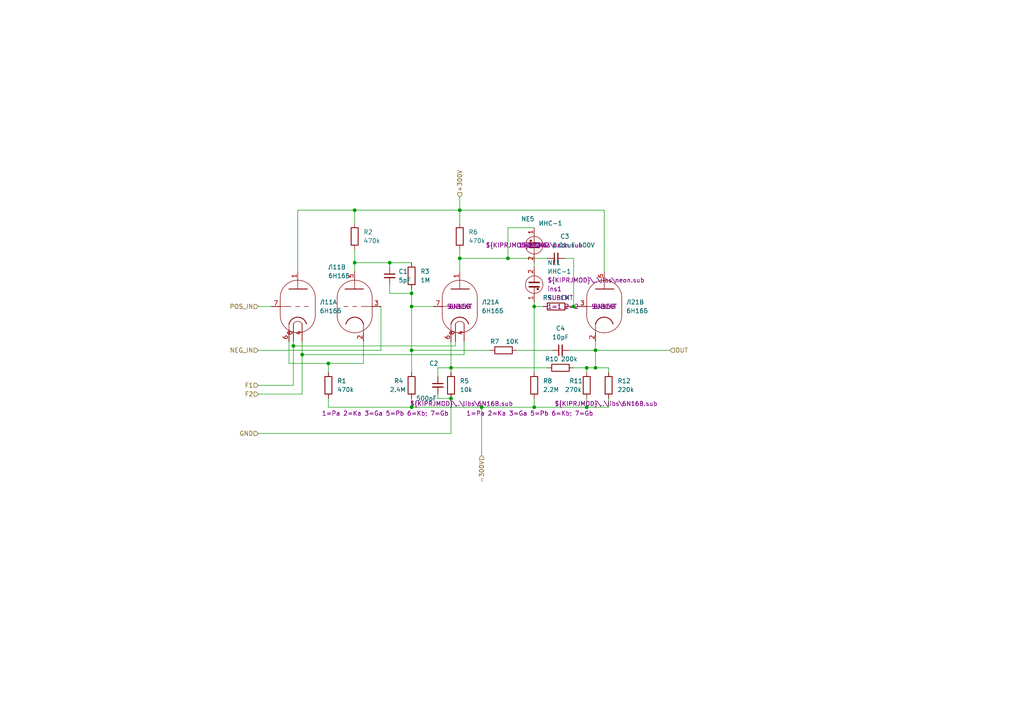
<source format=kicad_sch>
(kicad_sch
	(version 20231120)
	(generator "eeschema")
	(generator_version "8.0")
	(uuid "2d6bdae2-2c8d-467f-87fd-19e793c78c2d")
	(paper "A4")
	(lib_symbols
		(symbol "Device:C_Small"
			(pin_numbers hide)
			(pin_names
				(offset 0.254) hide)
			(exclude_from_sim no)
			(in_bom yes)
			(on_board yes)
			(property "Reference" "C"
				(at 0.254 1.778 0)
				(effects
					(font
						(size 1.27 1.27)
					)
					(justify left)
				)
			)
			(property "Value" "C_Small"
				(at 0.254 -2.032 0)
				(effects
					(font
						(size 1.27 1.27)
					)
					(justify left)
				)
			)
			(property "Footprint" ""
				(at 0 0 0)
				(effects
					(font
						(size 1.27 1.27)
					)
					(hide yes)
				)
			)
			(property "Datasheet" "~"
				(at 0 0 0)
				(effects
					(font
						(size 1.27 1.27)
					)
					(hide yes)
				)
			)
			(property "Description" "Unpolarized capacitor, small symbol"
				(at 0 0 0)
				(effects
					(font
						(size 1.27 1.27)
					)
					(hide yes)
				)
			)
			(property "ki_keywords" "capacitor cap"
				(at 0 0 0)
				(effects
					(font
						(size 1.27 1.27)
					)
					(hide yes)
				)
			)
			(property "ki_fp_filters" "C_*"
				(at 0 0 0)
				(effects
					(font
						(size 1.27 1.27)
					)
					(hide yes)
				)
			)
			(symbol "C_Small_0_1"
				(polyline
					(pts
						(xy -1.524 -0.508) (xy 1.524 -0.508)
					)
					(stroke
						(width 0.3302)
						(type default)
					)
					(fill
						(type none)
					)
				)
				(polyline
					(pts
						(xy -1.524 0.508) (xy 1.524 0.508)
					)
					(stroke
						(width 0.3048)
						(type default)
					)
					(fill
						(type none)
					)
				)
			)
			(symbol "C_Small_1_1"
				(pin passive line
					(at 0 2.54 270)
					(length 2.032)
					(name "~"
						(effects
							(font
								(size 1.27 1.27)
							)
						)
					)
					(number "1"
						(effects
							(font
								(size 1.27 1.27)
							)
						)
					)
				)
				(pin passive line
					(at 0 -2.54 90)
					(length 2.032)
					(name "~"
						(effects
							(font
								(size 1.27 1.27)
							)
						)
					)
					(number "2"
						(effects
							(font
								(size 1.27 1.27)
							)
						)
					)
				)
			)
		)
		(symbol "Device:R"
			(pin_numbers hide)
			(pin_names
				(offset 0)
			)
			(exclude_from_sim no)
			(in_bom yes)
			(on_board yes)
			(property "Reference" "R"
				(at 2.032 0 90)
				(effects
					(font
						(size 1.27 1.27)
					)
				)
			)
			(property "Value" "R"
				(at 0 0 90)
				(effects
					(font
						(size 1.27 1.27)
					)
				)
			)
			(property "Footprint" ""
				(at -1.778 0 90)
				(effects
					(font
						(size 1.27 1.27)
					)
					(hide yes)
				)
			)
			(property "Datasheet" "~"
				(at 0 0 0)
				(effects
					(font
						(size 1.27 1.27)
					)
					(hide yes)
				)
			)
			(property "Description" "Resistor"
				(at 0 0 0)
				(effects
					(font
						(size 1.27 1.27)
					)
					(hide yes)
				)
			)
			(property "ki_keywords" "R res resistor"
				(at 0 0 0)
				(effects
					(font
						(size 1.27 1.27)
					)
					(hide yes)
				)
			)
			(property "ki_fp_filters" "R_*"
				(at 0 0 0)
				(effects
					(font
						(size 1.27 1.27)
					)
					(hide yes)
				)
			)
			(symbol "R_0_1"
				(rectangle
					(start -1.016 -2.54)
					(end 1.016 2.54)
					(stroke
						(width 0.254)
						(type default)
					)
					(fill
						(type none)
					)
				)
			)
			(symbol "R_1_1"
				(pin passive line
					(at 0 3.81 270)
					(length 1.27)
					(name "~"
						(effects
							(font
								(size 1.27 1.27)
							)
						)
					)
					(number "1"
						(effects
							(font
								(size 1.27 1.27)
							)
						)
					)
				)
				(pin passive line
					(at 0 -3.81 90)
					(length 1.27)
					(name "~"
						(effects
							(font
								(size 1.27 1.27)
							)
						)
					)
					(number "2"
						(effects
							(font
								(size 1.27 1.27)
							)
						)
					)
				)
			)
		)
		(symbol "vacuum_tube:6Н16Б"
			(pin_names
				(offset 0) hide)
			(exclude_from_sim no)
			(in_bom yes)
			(on_board yes)
			(property "Reference" "Л"
				(at 3.302 7.874 0)
				(effects
					(font
						(size 1.27 1.27)
					)
				)
			)
			(property "Value" "6Н16Б"
				(at 8.89 -7.62 0)
				(effects
					(font
						(size 1.27 1.27)
					)
				)
			)
			(property "Footprint" ""
				(at 6.858 -10.16 0)
				(effects
					(font
						(size 1.27 1.27)
					)
					(hide yes)
				)
			)
			(property "Datasheet" ""
				(at 0 0 0)
				(effects
					(font
						(size 1.27 1.27)
					)
					(hide yes)
				)
			)
			(property "Description" "double triode"
				(at 0 0 0)
				(effects
					(font
						(size 1.27 1.27)
					)
					(hide yes)
				)
			)
			(property "Sim.Library" "${KIPRJMOD}\\..\\libs\\6N16B.sub"
				(at 0.508 -28.194 0)
				(effects
					(font
						(size 1.27 1.27)
					)
				)
			)
			(property "Sim.Name" "6N16B"
				(at 0 0 0)
				(effects
					(font
						(size 1.27 1.27)
					)
				)
			)
			(property "Sim.Device" "SUBCKT"
				(at 0 0 0)
				(effects
					(font
						(size 1.27 1.27)
					)
				)
			)
			(property "Sim.Pins" "1=Pa 2=Ka 3=Ga 5=Pb 6=Kb; 7=Gb"
				(at -21.59 -30.988 0)
				(effects
					(font
						(size 1.27 1.27)
					)
				)
			)
			(property "ki_locked" ""
				(at 0 0 0)
				(effects
					(font
						(size 1.27 1.27)
					)
				)
			)
			(property "ki_keywords" "triode valve"
				(at 0 0 0)
				(effects
					(font
						(size 1.27 1.27)
					)
					(hide yes)
				)
			)
			(property "ki_fp_filters" "VALVE*NOVAL*P*"
				(at 0 0 0)
				(effects
					(font
						(size 1.27 1.27)
					)
					(hide yes)
				)
			)
			(symbol "6Н16Б_0_1"
				(arc
					(start -5.08 -2.54)
					(mid 0 -7.5978)
					(end 5.08 -2.54)
					(stroke
						(width 0)
						(type default)
					)
					(fill
						(type none)
					)
				)
				(polyline
					(pts
						(xy 5.08 2.54) (xy 5.08 -2.54)
					)
					(stroke
						(width 0)
						(type default)
					)
					(fill
						(type none)
					)
				)
				(polyline
					(pts
						(xy -5.08 2.54) (xy -5.08 -2.54) (xy -5.08 -2.54)
					)
					(stroke
						(width 0)
						(type default)
					)
					(fill
						(type none)
					)
				)
				(arc
					(start 5.08 2.54)
					(mid 0 7.5978)
					(end -5.08 2.54)
					(stroke
						(width 0)
						(type default)
					)
					(fill
						(type none)
					)
				)
			)
			(symbol "6Н16Б_1_0"
				(polyline
					(pts
						(xy -2.54 -5.08) (xy -2.54 -7.62)
					)
					(stroke
						(width 0)
						(type default)
					)
					(fill
						(type none)
					)
				)
				(polyline
					(pts
						(xy 0 5.08) (xy 0 7.62)
					)
					(stroke
						(width 0)
						(type default)
					)
					(fill
						(type none)
					)
				)
			)
			(symbol "6Н16Б_1_1"
				(polyline
					(pts
						(xy -5.08 0) (xy -3.175 0)
					)
					(stroke
						(width 0)
						(type default)
					)
					(fill
						(type none)
					)
				)
				(polyline
					(pts
						(xy -1.905 0) (xy -3.175 0)
					)
					(stroke
						(width 0.1524)
						(type default)
					)
					(fill
						(type none)
					)
				)
				(polyline
					(pts
						(xy -0.635 0) (xy 0.635 0)
					)
					(stroke
						(width 0.1524)
						(type default)
					)
					(fill
						(type none)
					)
				)
				(polyline
					(pts
						(xy 1.905 0) (xy 3.175 0)
					)
					(stroke
						(width 0.1524)
						(type default)
					)
					(fill
						(type none)
					)
				)
				(polyline
					(pts
						(xy -2.54 5.08) (xy 2.794 5.08) (xy 2.794 5.08)
					)
					(stroke
						(width 0.254)
						(type default)
					)
					(fill
						(type none)
					)
				)
				(arc
					(start 1.27 -5.08)
					(mid 0 -4.2951)
					(end -1.27 -5.08)
					(stroke
						(width 0)
						(type default)
					)
					(fill
						(type none)
					)
				)
				(arc
					(start 2.54 -5.08)
					(mid 0 -3.0968)
					(end -2.54 -5.08)
					(stroke
						(width 0.254)
						(type default)
					)
					(fill
						(type none)
					)
				)
				(pin output line
					(at 0 10.16 270)
					(length 2.54)
					(name "A"
						(effects
							(font
								(size 1.27 1.27)
							)
						)
					)
					(number "1"
						(effects
							(font
								(size 1.27 1.27)
							)
						)
					)
				)
				(pin power_in line
					(at 1.27 -10.16 90)
					(length 5.08)
					(name "F1"
						(effects
							(font
								(size 1.27 1.27)
							)
						)
					)
					(number "4"
						(effects
							(font
								(size 1.27 1.27)
							)
						)
					)
				)
				(pin bidirectional line
					(at -2.54 -10.16 90)
					(length 2.54)
					(name "K"
						(effects
							(font
								(size 1.27 1.27)
							)
						)
					)
					(number "6"
						(effects
							(font
								(size 1.27 1.27)
							)
						)
					)
				)
				(pin input line
					(at -7.62 0 0)
					(length 2.54)
					(name "G"
						(effects
							(font
								(size 1.27 1.27)
							)
						)
					)
					(number "7"
						(effects
							(font
								(size 1.27 1.27)
							)
						)
					)
				)
				(pin power_in line
					(at -1.27 -10.16 90)
					(length 5.08)
					(name "F1"
						(effects
							(font
								(size 1.27 1.27)
							)
						)
					)
					(number "8"
						(effects
							(font
								(size 1.27 1.27)
							)
						)
					)
				)
			)
			(symbol "6Н16Б_2_0"
				(polyline
					(pts
						(xy -2.54 -5.08) (xy -2.54 -7.62)
					)
					(stroke
						(width 0)
						(type default)
					)
					(fill
						(type none)
					)
				)
				(polyline
					(pts
						(xy 0 5.08) (xy 0 7.62)
					)
					(stroke
						(width 0)
						(type default)
					)
					(fill
						(type none)
					)
				)
			)
			(symbol "6Н16Б_2_1"
				(polyline
					(pts
						(xy -5.08 0) (xy -3.175 0)
					)
					(stroke
						(width 0)
						(type default)
					)
					(fill
						(type none)
					)
				)
				(polyline
					(pts
						(xy -1.905 0) (xy -3.175 0)
					)
					(stroke
						(width 0.1524)
						(type default)
					)
					(fill
						(type none)
					)
				)
				(polyline
					(pts
						(xy -0.635 0) (xy 0.635 0)
					)
					(stroke
						(width 0.1524)
						(type default)
					)
					(fill
						(type none)
					)
				)
				(polyline
					(pts
						(xy 1.905 0) (xy 3.175 0)
					)
					(stroke
						(width 0.1524)
						(type default)
					)
					(fill
						(type none)
					)
				)
				(polyline
					(pts
						(xy -2.54 5.08) (xy 2.794 5.08) (xy 2.794 5.08)
					)
					(stroke
						(width 0.254)
						(type default)
					)
					(fill
						(type none)
					)
				)
				(arc
					(start 2.54 -5.08)
					(mid 0 -3.0968)
					(end -2.54 -5.08)
					(stroke
						(width 0.254)
						(type default)
					)
					(fill
						(type none)
					)
				)
				(pin bidirectional line
					(at -2.54 -10.16 90)
					(length 2.54)
					(name "K"
						(effects
							(font
								(size 1.27 1.27)
							)
						)
					)
					(number "2"
						(effects
							(font
								(size 1.27 1.27)
							)
						)
					)
				)
				(pin input line
					(at -7.62 0 0)
					(length 2.54)
					(name "G"
						(effects
							(font
								(size 1.27 1.27)
							)
						)
					)
					(number "3"
						(effects
							(font
								(size 1.27 1.27)
							)
						)
					)
				)
				(pin output line
					(at 0 10.16 270)
					(length 2.54)
					(name "A"
						(effects
							(font
								(size 1.27 1.27)
							)
						)
					)
					(number "5"
						(effects
							(font
								(size 1.27 1.27)
							)
						)
					)
				)
			)
		)
		(symbol "vacuum_tube:Lamp_Neon"
			(pin_names
				(offset 0.0254) hide)
			(exclude_from_sim no)
			(in_bom yes)
			(on_board yes)
			(property "Reference" "NE5"
				(at 3.81 -7.62 0)
				(effects
					(font
						(size 1.27 1.27)
					)
					(justify right)
				)
			)
			(property "Value" "ИНС-1"
				(at -1.27 -6.35 0)
				(effects
					(font
						(size 1.27 1.27)
					)
					(justify right)
				)
			)
			(property "Footprint" "valves:ИНС-1"
				(at 0 2.54 90)
				(effects
					(font
						(size 1.27 1.27)
					)
					(hide yes)
				)
			)
			(property "Datasheet" "~"
				(at 0 2.54 90)
				(effects
					(font
						(size 1.27 1.27)
					)
					(hide yes)
				)
			)
			(property "Description" ""
				(at 0 0 0)
				(effects
					(font
						(size 1.27 1.27)
					)
					(hide yes)
				)
			)
			(property "Sim.Library" "${KIPRJMOD}\\..\\libs\\neon.sub"
				(at 0 0 0)
				(effects
					(font
						(size 1.27 1.27)
					)
				)
			)
			(property "Sim.Name" "ins1"
				(at 0 0 0)
				(effects
					(font
						(size 1.27 1.27)
					)
				)
			)
			(property "Sim.Device" "SUBCKT"
				(at 0 0 0)
				(effects
					(font
						(size 1.27 1.27)
					)
				)
			)
			(property "Sim.Pins" "1=1 2=2"
				(at 0 0 0)
				(effects
					(font
						(size 1.27 1.27)
					)
				)
			)
			(property "ki_keywords" "neon lamp"
				(at 0 0 0)
				(effects
					(font
						(size 1.27 1.27)
					)
					(hide yes)
				)
			)
			(symbol "Lamp_Neon_0_1"
				(rectangle
					(start -1.524 -0.508)
					(end 1.524 -0.762)
					(stroke
						(width 0)
						(type default)
					)
					(fill
						(type outline)
					)
				)
				(rectangle
					(start -1.524 0.762)
					(end 1.524 0.508)
					(stroke
						(width 0)
						(type default)
					)
					(fill
						(type outline)
					)
				)
				(polyline
					(pts
						(xy 0 -2.54) (xy 0 -0.762)
					)
					(stroke
						(width 0)
						(type default)
					)
					(fill
						(type none)
					)
				)
				(polyline
					(pts
						(xy 0 0.762) (xy 0 2.54)
					)
					(stroke
						(width 0)
						(type default)
					)
					(fill
						(type none)
					)
				)
				(circle
					(center 0 0)
					(radius 2.54)
					(stroke
						(width 0)
						(type default)
					)
					(fill
						(type none)
					)
				)
				(circle
					(center 1.016 -1.27)
					(radius 0.254)
					(stroke
						(width 0)
						(type default)
					)
					(fill
						(type outline)
					)
				)
			)
			(symbol "Lamp_Neon_1_1"
				(pin passive line
					(at 0 -5.08 90)
					(length 2.54)
					(name "~"
						(effects
							(font
								(size 1.27 1.27)
							)
						)
					)
					(number "1"
						(effects
							(font
								(size 1.27 1.27)
							)
						)
					)
				)
				(pin passive line
					(at 0 5.08 270)
					(length 2.54)
					(name "~"
						(effects
							(font
								(size 1.27 1.27)
							)
						)
					)
					(number "2"
						(effects
							(font
								(size 1.27 1.27)
							)
						)
					)
				)
			)
		)
	)
	(junction
		(at 119.38 118.11)
		(diameter 0)
		(color 0 0 0 0)
		(uuid "0054f551-db6c-40ae-bf20-74d2735b1295")
	)
	(junction
		(at 166.37 88.9)
		(diameter 0)
		(color 0 0 0 0)
		(uuid "09f993a9-4c25-42a7-870e-32baac81c8ee")
	)
	(junction
		(at 95.25 105.41)
		(diameter 0)
		(color 0 0 0 0)
		(uuid "0f7d39d5-50d4-4344-82f0-8f92c6e207b0")
	)
	(junction
		(at 102.87 76.2)
		(diameter 0)
		(color 0 0 0 0)
		(uuid "2673ef56-312b-44aa-a620-cbde37fe2217")
	)
	(junction
		(at 170.18 106.68)
		(diameter 0)
		(color 0 0 0 0)
		(uuid "31adb38a-580d-4df2-8357-6953826a7b56")
	)
	(junction
		(at 87.63 102.87)
		(diameter 0)
		(color 0 0 0 0)
		(uuid "3b96ceaa-2e66-474a-91a8-507dda4f3aee")
	)
	(junction
		(at 133.35 60.96)
		(diameter 0)
		(color 0 0 0 0)
		(uuid "45a40dc0-68fe-4ae7-b3b5-70508051e866")
	)
	(junction
		(at 172.72 106.68)
		(diameter 0)
		(color 0 0 0 0)
		(uuid "47a4a782-9c60-4892-a4b5-9d9dc0712425")
	)
	(junction
		(at 130.81 106.68)
		(diameter 0)
		(color 0 0 0 0)
		(uuid "57713c0f-aa3c-46ee-a6df-de1b9212f57d")
	)
	(junction
		(at 119.38 88.9)
		(diameter 0)
		(color 0 0 0 0)
		(uuid "5e5983c8-0d2f-4b4f-a786-d853dbf575e6")
	)
	(junction
		(at 102.87 60.96)
		(diameter 0)
		(color 0 0 0 0)
		(uuid "7af6dde7-2de9-411b-94ee-f34a507450d7")
	)
	(junction
		(at 139.7 118.11)
		(diameter 0)
		(color 0 0 0 0)
		(uuid "7edee6ee-9f41-4d87-9d3f-2915d8998aab")
	)
	(junction
		(at 85.09 100.33)
		(diameter 0)
		(color 0 0 0 0)
		(uuid "93064f0d-f854-4e56-a719-8410c9876417")
	)
	(junction
		(at 113.03 76.2)
		(diameter 0)
		(color 0 0 0 0)
		(uuid "a77ea241-c230-4540-a6da-43dc75af83f8")
	)
	(junction
		(at 119.38 101.6)
		(diameter 0)
		(color 0 0 0 0)
		(uuid "b71efc25-a43d-46fb-94ac-71bfc4873ba1")
	)
	(junction
		(at 154.94 118.11)
		(diameter 0)
		(color 0 0 0 0)
		(uuid "c55c6066-a12f-4c73-a0a1-9e5a6b16015c")
	)
	(junction
		(at 147.32 74.93)
		(diameter 0)
		(color 0 0 0 0)
		(uuid "ccdbddd8-2112-4a57-8f01-4f64a93b45b8")
	)
	(junction
		(at 130.81 115.57)
		(diameter 0)
		(color 0 0 0 0)
		(uuid "d3a0e5df-a8d6-480a-8a2f-152bc46143e1")
	)
	(junction
		(at 172.72 101.6)
		(diameter 0)
		(color 0 0 0 0)
		(uuid "d9370ce4-0dfc-449e-b03d-9c71b888fa97")
	)
	(junction
		(at 133.35 74.93)
		(diameter 0)
		(color 0 0 0 0)
		(uuid "e598bd6c-4c08-4fdf-8ee6-4db1a74458e7")
	)
	(junction
		(at 170.18 118.11)
		(diameter 0)
		(color 0 0 0 0)
		(uuid "e785f5a3-1b8a-492a-890b-bbcf5e3abc82")
	)
	(junction
		(at 119.38 85.09)
		(diameter 0)
		(color 0 0 0 0)
		(uuid "f6ef9674-d9aa-4b17-8614-c216fede8583")
	)
	(junction
		(at 154.94 88.9)
		(diameter 0)
		(color 0 0 0 0)
		(uuid "f8789e94-3073-4b3c-a4dd-3d60f8e22567")
	)
	(wire
		(pts
			(xy 113.03 76.2) (xy 113.03 77.47)
		)
		(stroke
			(width 0)
			(type default)
		)
		(uuid "0c7131b8-94c4-46b4-88f2-df7db2932a62")
	)
	(wire
		(pts
			(xy 175.26 60.96) (xy 133.35 60.96)
		)
		(stroke
			(width 0)
			(type default)
		)
		(uuid "0d15a41d-914c-4953-adb3-2147c685eda7")
	)
	(wire
		(pts
			(xy 85.09 100.33) (xy 85.09 99.06)
		)
		(stroke
			(width 0)
			(type default)
		)
		(uuid "0ee54641-b552-4252-a3d6-64c76838e480")
	)
	(wire
		(pts
			(xy 165.1 88.9) (xy 166.37 88.9)
		)
		(stroke
			(width 0)
			(type default)
		)
		(uuid "11fa6ab2-6b45-48ac-b7cd-0937c7462231")
	)
	(wire
		(pts
			(xy 166.37 106.68) (xy 170.18 106.68)
		)
		(stroke
			(width 0)
			(type default)
		)
		(uuid "12d3e95a-b488-4591-85e2-e547ced14534")
	)
	(wire
		(pts
			(xy 85.09 111.76) (xy 85.09 100.33)
		)
		(stroke
			(width 0)
			(type default)
		)
		(uuid "146d64c4-a5d7-4d12-aa33-a73638143256")
	)
	(wire
		(pts
			(xy 139.7 118.11) (xy 139.7 132.08)
		)
		(stroke
			(width 0)
			(type default)
		)
		(uuid "16f15d8e-c304-4b76-9f3a-7b1d8b2f88f5")
	)
	(wire
		(pts
			(xy 83.82 105.41) (xy 83.82 99.06)
		)
		(stroke
			(width 0)
			(type default)
		)
		(uuid "1a6af285-8170-49d7-81b0-4e6e8f2d633f")
	)
	(wire
		(pts
			(xy 172.72 101.6) (xy 194.31 101.6)
		)
		(stroke
			(width 0)
			(type default)
		)
		(uuid "1c4b8a17-4eaf-40f3-ae12-55b6b9de1100")
	)
	(wire
		(pts
			(xy 130.81 106.68) (xy 130.81 107.95)
		)
		(stroke
			(width 0)
			(type default)
		)
		(uuid "1c89a15a-c58b-4311-9166-e9b511c33040")
	)
	(wire
		(pts
			(xy 170.18 106.68) (xy 170.18 107.95)
		)
		(stroke
			(width 0)
			(type default)
		)
		(uuid "22c99ee1-45a9-4277-a219-e460400129ea")
	)
	(wire
		(pts
			(xy 127 115.57) (xy 130.81 115.57)
		)
		(stroke
			(width 0)
			(type default)
		)
		(uuid "25ef4074-a726-4710-9f92-c38d83cd356a")
	)
	(wire
		(pts
			(xy 102.87 60.96) (xy 102.87 64.77)
		)
		(stroke
			(width 0)
			(type default)
		)
		(uuid "28c0623d-e8c0-4d87-8f7b-5c0c6dd8634a")
	)
	(wire
		(pts
			(xy 113.03 76.2) (xy 119.38 76.2)
		)
		(stroke
			(width 0)
			(type default)
		)
		(uuid "29bcf6be-2202-4762-a2ee-f3379ce892f3")
	)
	(wire
		(pts
			(xy 102.87 72.39) (xy 102.87 76.2)
		)
		(stroke
			(width 0)
			(type default)
		)
		(uuid "2ad767a7-f9ff-494b-904a-f2d2a5657ab5")
	)
	(wire
		(pts
			(xy 134.62 99.06) (xy 134.62 102.87)
		)
		(stroke
			(width 0)
			(type default)
		)
		(uuid "2eee8105-c75a-49b8-8984-001686d6e986")
	)
	(wire
		(pts
			(xy 119.38 85.09) (xy 119.38 88.9)
		)
		(stroke
			(width 0)
			(type default)
		)
		(uuid "2f0bafd7-6e39-4171-a64c-377020221315")
	)
	(wire
		(pts
			(xy 119.38 101.6) (xy 142.24 101.6)
		)
		(stroke
			(width 0)
			(type default)
		)
		(uuid "3123b2e8-7c07-45eb-a9e3-ed094a4960af")
	)
	(wire
		(pts
			(xy 172.72 106.68) (xy 176.53 106.68)
		)
		(stroke
			(width 0)
			(type default)
		)
		(uuid "3372f5cd-2681-4f43-917c-411f892a1b52")
	)
	(wire
		(pts
			(xy 102.87 60.96) (xy 86.36 60.96)
		)
		(stroke
			(width 0)
			(type default)
		)
		(uuid "33bca034-f162-4293-ae5b-e69083e85e7c")
	)
	(wire
		(pts
			(xy 127 106.68) (xy 130.81 106.68)
		)
		(stroke
			(width 0)
			(type default)
		)
		(uuid "36810712-3cdc-4075-b163-fa8c77c7b9cd")
	)
	(wire
		(pts
			(xy 165.1 101.6) (xy 172.72 101.6)
		)
		(stroke
			(width 0)
			(type default)
		)
		(uuid "3a2c2086-9297-4d7f-a88a-afb2ba4a10f7")
	)
	(wire
		(pts
			(xy 154.94 107.95) (xy 154.94 88.9)
		)
		(stroke
			(width 0)
			(type default)
		)
		(uuid "3c77ee65-4f39-4aa0-9571-ed4503711f49")
	)
	(wire
		(pts
			(xy 110.49 101.6) (xy 74.93 101.6)
		)
		(stroke
			(width 0)
			(type default)
		)
		(uuid "3ee58926-09c6-40b5-9cd8-56155d794a92")
	)
	(wire
		(pts
			(xy 119.38 118.11) (xy 95.25 118.11)
		)
		(stroke
			(width 0)
			(type default)
		)
		(uuid "44287de7-1823-44ad-af1a-462474fdb4d1")
	)
	(wire
		(pts
			(xy 102.87 76.2) (xy 102.87 78.74)
		)
		(stroke
			(width 0)
			(type default)
		)
		(uuid "49494cd7-6684-468e-96e3-5a8de47bb2c2")
	)
	(wire
		(pts
			(xy 74.93 88.9) (xy 78.74 88.9)
		)
		(stroke
			(width 0)
			(type default)
		)
		(uuid "5348a1ed-dd1e-4ed5-a5fe-93f6c996886d")
	)
	(wire
		(pts
			(xy 83.82 105.41) (xy 95.25 105.41)
		)
		(stroke
			(width 0)
			(type default)
		)
		(uuid "540c150a-3c36-403f-9042-69aa49d7975a")
	)
	(wire
		(pts
			(xy 119.38 88.9) (xy 125.73 88.9)
		)
		(stroke
			(width 0)
			(type default)
		)
		(uuid "59364cc4-673f-4f57-a0d3-208db4bb1118")
	)
	(wire
		(pts
			(xy 119.38 83.82) (xy 119.38 85.09)
		)
		(stroke
			(width 0)
			(type default)
		)
		(uuid "5aaf594d-d0ce-4842-9051-57c9d8a3dbcf")
	)
	(wire
		(pts
			(xy 163.83 74.93) (xy 166.37 74.93)
		)
		(stroke
			(width 0)
			(type default)
		)
		(uuid "5ee6fccf-35d2-4d50-b228-2f8f95977428")
	)
	(wire
		(pts
			(xy 167.64 88.9) (xy 166.37 88.9)
		)
		(stroke
			(width 0)
			(type default)
		)
		(uuid "60a8a679-3937-49c7-aafc-b3b715cf677d")
	)
	(wire
		(pts
			(xy 74.93 125.73) (xy 130.81 125.73)
		)
		(stroke
			(width 0)
			(type default)
		)
		(uuid "67c1036f-9abb-4b4e-b0bd-a3480bee1dcb")
	)
	(wire
		(pts
			(xy 119.38 101.6) (xy 119.38 107.95)
		)
		(stroke
			(width 0)
			(type default)
		)
		(uuid "69179a9b-37f9-4dd5-af23-639353f9d972")
	)
	(wire
		(pts
			(xy 166.37 74.93) (xy 166.37 88.9)
		)
		(stroke
			(width 0)
			(type default)
		)
		(uuid "73c582eb-5050-4df1-a1c3-e5a5c5db47cc")
	)
	(wire
		(pts
			(xy 154.94 66.04) (xy 147.32 66.04)
		)
		(stroke
			(width 0)
			(type default)
		)
		(uuid "75bb0ed9-4dd9-4cc7-befc-f01c1bce2ef9")
	)
	(wire
		(pts
			(xy 127 114.3) (xy 127 115.57)
		)
		(stroke
			(width 0)
			(type default)
		)
		(uuid "7ee610c1-e46e-4e9b-acd3-83afcacd4c8a")
	)
	(wire
		(pts
			(xy 130.81 99.06) (xy 130.81 106.68)
		)
		(stroke
			(width 0)
			(type default)
		)
		(uuid "7f6869d1-bbc7-431b-af0a-6f95e14b6e4b")
	)
	(wire
		(pts
			(xy 133.35 74.93) (xy 147.32 74.93)
		)
		(stroke
			(width 0)
			(type default)
		)
		(uuid "7fceed54-f002-447c-913d-276d4198d860")
	)
	(wire
		(pts
			(xy 74.93 111.76) (xy 85.09 111.76)
		)
		(stroke
			(width 0)
			(type default)
		)
		(uuid "83294514-5b73-47b6-8f2a-effbb8ed8e32")
	)
	(wire
		(pts
			(xy 119.38 115.57) (xy 119.38 118.11)
		)
		(stroke
			(width 0)
			(type default)
		)
		(uuid "8debbb9f-43fe-447a-a462-34fd3ca3089e")
	)
	(wire
		(pts
			(xy 147.32 74.93) (xy 158.75 74.93)
		)
		(stroke
			(width 0)
			(type default)
		)
		(uuid "8fff27fc-c7ee-4382-91ee-e3624ad5a4fb")
	)
	(wire
		(pts
			(xy 172.72 99.06) (xy 172.72 101.6)
		)
		(stroke
			(width 0)
			(type default)
		)
		(uuid "9223d7d3-3464-4cbc-b4c7-36ab2155e794")
	)
	(wire
		(pts
			(xy 133.35 57.15) (xy 133.35 60.96)
		)
		(stroke
			(width 0)
			(type default)
		)
		(uuid "92b7a93f-9747-4472-95cb-cfa3f962baa4")
	)
	(wire
		(pts
			(xy 154.94 118.11) (xy 170.18 118.11)
		)
		(stroke
			(width 0)
			(type default)
		)
		(uuid "9e0ac5e5-3741-40ae-8fea-16e5c64826a7")
	)
	(wire
		(pts
			(xy 119.38 118.11) (xy 139.7 118.11)
		)
		(stroke
			(width 0)
			(type default)
		)
		(uuid "a22ad378-2def-4548-87e8-11d1a155f490")
	)
	(wire
		(pts
			(xy 102.87 76.2) (xy 113.03 76.2)
		)
		(stroke
			(width 0)
			(type default)
		)
		(uuid "a2674ae8-96cc-43f2-ae98-bd28f5e3e9b3")
	)
	(wire
		(pts
			(xy 113.03 82.55) (xy 113.03 85.09)
		)
		(stroke
			(width 0)
			(type default)
		)
		(uuid "a317d9ca-8f15-49d3-9e6f-1f3f1c9ea228")
	)
	(wire
		(pts
			(xy 119.38 88.9) (xy 119.38 101.6)
		)
		(stroke
			(width 0)
			(type default)
		)
		(uuid "a31f5b0c-c194-4532-8300-16792cc15d01")
	)
	(wire
		(pts
			(xy 176.53 106.68) (xy 176.53 107.95)
		)
		(stroke
			(width 0)
			(type default)
		)
		(uuid "a3ab89e3-a9a9-45d5-9ba8-65ca03d79478")
	)
	(wire
		(pts
			(xy 154.94 87.63) (xy 154.94 88.9)
		)
		(stroke
			(width 0)
			(type default)
		)
		(uuid "a3f9b3ec-867a-4279-89b5-19ac11b94379")
	)
	(wire
		(pts
			(xy 170.18 118.11) (xy 170.18 115.57)
		)
		(stroke
			(width 0)
			(type default)
		)
		(uuid "ac7959c7-53fc-4a07-9232-34fde485ded9")
	)
	(wire
		(pts
			(xy 87.63 114.3) (xy 87.63 102.87)
		)
		(stroke
			(width 0)
			(type default)
		)
		(uuid "ac8a868e-fa69-4f2f-9522-29e0e6dd4feb")
	)
	(wire
		(pts
			(xy 170.18 118.11) (xy 176.53 118.11)
		)
		(stroke
			(width 0)
			(type default)
		)
		(uuid "aca3eab9-d8dc-4530-8a11-7eeb353bda90")
	)
	(wire
		(pts
			(xy 139.7 118.11) (xy 154.94 118.11)
		)
		(stroke
			(width 0)
			(type default)
		)
		(uuid "ada1b25e-fd33-4f66-96ce-c742ba921249")
	)
	(wire
		(pts
			(xy 133.35 72.39) (xy 133.35 74.93)
		)
		(stroke
			(width 0)
			(type default)
		)
		(uuid "b12bb61a-97fb-43f0-b6f7-7a5a194e5339")
	)
	(wire
		(pts
			(xy 147.32 66.04) (xy 147.32 74.93)
		)
		(stroke
			(width 0)
			(type default)
		)
		(uuid "b426775c-da32-4710-976a-9f381285f6ab")
	)
	(wire
		(pts
			(xy 170.18 106.68) (xy 172.72 106.68)
		)
		(stroke
			(width 0)
			(type default)
		)
		(uuid "b67d7e2c-97a6-4aac-b97d-8b5d793bf268")
	)
	(wire
		(pts
			(xy 110.49 88.9) (xy 110.49 101.6)
		)
		(stroke
			(width 0)
			(type default)
		)
		(uuid "b7189da6-1b6b-4791-921e-69039d50b28a")
	)
	(wire
		(pts
			(xy 130.81 106.68) (xy 158.75 106.68)
		)
		(stroke
			(width 0)
			(type default)
		)
		(uuid "b741c053-3369-4fdb-897b-89f3cf201e24")
	)
	(wire
		(pts
			(xy 130.81 125.73) (xy 130.81 115.57)
		)
		(stroke
			(width 0)
			(type default)
		)
		(uuid "bf492a77-1719-41c8-8003-b148c2c0149e")
	)
	(wire
		(pts
			(xy 176.53 118.11) (xy 176.53 115.57)
		)
		(stroke
			(width 0)
			(type default)
		)
		(uuid "c38a5822-2cec-4a29-993c-55e1d38f267c")
	)
	(wire
		(pts
			(xy 87.63 102.87) (xy 87.63 99.06)
		)
		(stroke
			(width 0)
			(type default)
		)
		(uuid "c3ba90db-445c-4f8f-afaf-93259dd56b5e")
	)
	(wire
		(pts
			(xy 149.86 101.6) (xy 160.02 101.6)
		)
		(stroke
			(width 0)
			(type default)
		)
		(uuid "c7565eba-7506-4201-9c40-a1f067ca5875")
	)
	(wire
		(pts
			(xy 127 109.22) (xy 127 106.68)
		)
		(stroke
			(width 0)
			(type default)
		)
		(uuid "c8f6e241-df42-4245-bfbf-99ca1077ebe6")
	)
	(wire
		(pts
			(xy 154.94 88.9) (xy 157.48 88.9)
		)
		(stroke
			(width 0)
			(type default)
		)
		(uuid "c920c61b-a763-4c55-9914-7847c17e8806")
	)
	(wire
		(pts
			(xy 132.08 100.33) (xy 85.09 100.33)
		)
		(stroke
			(width 0)
			(type default)
		)
		(uuid "cc4ee36d-92d2-4829-b68f-954626591182")
	)
	(wire
		(pts
			(xy 95.25 118.11) (xy 95.25 115.57)
		)
		(stroke
			(width 0)
			(type default)
		)
		(uuid "d4f908c2-9393-4a12-b8e4-d54adf2b8cae")
	)
	(wire
		(pts
			(xy 133.35 60.96) (xy 133.35 64.77)
		)
		(stroke
			(width 0)
			(type default)
		)
		(uuid "d775899b-51a8-4903-b89b-8b21b125b1ed")
	)
	(wire
		(pts
			(xy 132.08 99.06) (xy 132.08 100.33)
		)
		(stroke
			(width 0)
			(type default)
		)
		(uuid "d8f85a93-5a6a-4761-b819-d6b47bbc2d94")
	)
	(wire
		(pts
			(xy 105.41 105.41) (xy 95.25 105.41)
		)
		(stroke
			(width 0)
			(type default)
		)
		(uuid "e42f478f-a7ec-44b0-955d-4f7ed41876fc")
	)
	(wire
		(pts
			(xy 175.26 78.74) (xy 175.26 60.96)
		)
		(stroke
			(width 0)
			(type default)
		)
		(uuid "e7fc1155-c3a3-42aa-b1d1-f1363ab72c77")
	)
	(wire
		(pts
			(xy 86.36 60.96) (xy 86.36 78.74)
		)
		(stroke
			(width 0)
			(type default)
		)
		(uuid "e8ebbdfb-53a2-4600-9739-0b778aa504b3")
	)
	(wire
		(pts
			(xy 102.87 60.96) (xy 133.35 60.96)
		)
		(stroke
			(width 0)
			(type default)
		)
		(uuid "e96950a8-fd15-4394-90a8-2c8ae1303f39")
	)
	(wire
		(pts
			(xy 154.94 76.2) (xy 154.94 77.47)
		)
		(stroke
			(width 0)
			(type default)
		)
		(uuid "e9fe7da8-a861-4763-a57e-d918d11dd2dc")
	)
	(wire
		(pts
			(xy 74.93 114.3) (xy 87.63 114.3)
		)
		(stroke
			(width 0)
			(type default)
		)
		(uuid "ee5d959e-3aa1-4018-bb19-faef80fb8260")
	)
	(wire
		(pts
			(xy 134.62 102.87) (xy 87.63 102.87)
		)
		(stroke
			(width 0)
			(type default)
		)
		(uuid "f0d7bfc2-a852-428f-bfc6-c2f575214504")
	)
	(wire
		(pts
			(xy 154.94 118.11) (xy 154.94 115.57)
		)
		(stroke
			(width 0)
			(type default)
		)
		(uuid "f17ced69-02b1-4d0e-a1bc-ca76c628f4b7")
	)
	(wire
		(pts
			(xy 172.72 101.6) (xy 172.72 106.68)
		)
		(stroke
			(width 0)
			(type default)
		)
		(uuid "f41e8652-63c1-4450-813c-901636cdfc18")
	)
	(wire
		(pts
			(xy 105.41 99.06) (xy 105.41 105.41)
		)
		(stroke
			(width 0)
			(type default)
		)
		(uuid "f646fd5d-8dd8-466f-a2cb-e2245bd71944")
	)
	(wire
		(pts
			(xy 133.35 74.93) (xy 133.35 78.74)
		)
		(stroke
			(width 0)
			(type default)
		)
		(uuid "f71db8f1-1fef-4685-9b32-bdaabcdb37e3")
	)
	(wire
		(pts
			(xy 113.03 85.09) (xy 119.38 85.09)
		)
		(stroke
			(width 0)
			(type default)
		)
		(uuid "fa39b51a-0473-4ecb-8395-e7f8526c8038")
	)
	(wire
		(pts
			(xy 95.25 105.41) (xy 95.25 107.95)
		)
		(stroke
			(width 0)
			(type default)
		)
		(uuid "fbd9f451-4eef-44c9-bf7d-efe4243ec2c7")
	)
	(hierarchical_label "-300V"
		(shape input)
		(at 139.7 132.08 270)
		(fields_autoplaced yes)
		(effects
			(font
				(size 1.27 1.27)
			)
			(justify right)
		)
		(uuid "16afef74-5b3c-488d-b5d7-1479d692223a")
	)
	(hierarchical_label "F2"
		(shape input)
		(at 74.93 114.3 180)
		(fields_autoplaced yes)
		(effects
			(font
				(size 1.27 1.27)
			)
			(justify right)
		)
		(uuid "45348d08-014d-493f-abcd-160aacdafb18")
	)
	(hierarchical_label "GND"
		(shape input)
		(at 74.93 125.73 180)
		(fields_autoplaced yes)
		(effects
			(font
				(size 1.27 1.27)
			)
			(justify right)
		)
		(uuid "4f838ac8-0db7-4574-9032-40bc921ebad3")
	)
	(hierarchical_label "F1"
		(shape input)
		(at 74.93 111.76 180)
		(fields_autoplaced yes)
		(effects
			(font
				(size 1.27 1.27)
			)
			(justify right)
		)
		(uuid "5ad92a39-f6d1-406b-992f-c5a3d023162f")
	)
	(hierarchical_label "NEG_IN"
		(shape input)
		(at 74.93 101.6 180)
		(fields_autoplaced yes)
		(effects
			(font
				(size 1.27 1.27)
			)
			(justify right)
		)
		(uuid "63604434-1cbc-4baf-bc72-db99abf0f8a5")
	)
	(hierarchical_label "POS_IN"
		(shape input)
		(at 74.93 88.9 180)
		(fields_autoplaced yes)
		(effects
			(font
				(size 1.27 1.27)
			)
			(justify right)
		)
		(uuid "becd6635-6c7a-4bc9-8edf-e93907e95c2c")
	)
	(hierarchical_label "OUT"
		(shape input)
		(at 194.31 101.6 0)
		(fields_autoplaced yes)
		(effects
			(font
				(size 1.27 1.27)
			)
			(justify left)
		)
		(uuid "d024f1c8-52bf-490f-bbc9-cc8bd3dfdfcf")
	)
	(hierarchical_label "+300V"
		(shape input)
		(at 133.35 57.15 90)
		(fields_autoplaced yes)
		(effects
			(font
				(size 1.27 1.27)
			)
			(justify left)
		)
		(uuid "ecb18221-c6e1-419b-823a-b1cdf33a3902")
	)
	(symbol
		(lib_id "Device:R")
		(at 102.87 68.58 0)
		(unit 1)
		(exclude_from_sim no)
		(in_bom yes)
		(on_board yes)
		(dnp no)
		(fields_autoplaced yes)
		(uuid "0216e1e5-80bc-45a6-8e86-ba89292c66d2")
		(property "Reference" "R2"
			(at 105.41 67.31 0)
			(effects
				(font
					(size 1.27 1.27)
				)
				(justify left)
			)
		)
		(property "Value" "470k"
			(at 105.41 69.85 0)
			(effects
				(font
					(size 1.27 1.27)
				)
				(justify left)
			)
		)
		(property "Footprint" "Resistor_THT:R_Axial_DIN0617_L17.0mm_D6.0mm_P20.32mm_Horizontal"
			(at 101.092 68.58 90)
			(effects
				(font
					(size 1.27 1.27)
				)
				(hide yes)
			)
		)
		(property "Datasheet" "~"
			(at 102.87 68.58 0)
			(effects
				(font
					(size 1.27 1.27)
				)
				(hide yes)
			)
		)
		(property "Description" ""
			(at 102.87 68.58 0)
			(effects
				(font
					(size 1.27 1.27)
				)
				(hide yes)
			)
		)
		(pin "1"
			(uuid "b7371d73-22af-4041-a2dc-b4d2fc8a98ee")
		)
		(pin "2"
			(uuid "b8abb921-e63d-452c-b01f-90bf91a31cb1")
		)
		(instances
			(project "opamp"
				(path "/b5578b6d-6c85-47aa-b572-5802af65a37b/0bd7d013-09ad-4146-abf5-0496fcd2c600"
					(reference "R2")
					(unit 1)
				)
				(path "/b5578b6d-6c85-47aa-b572-5802af65a37b/22f22a06-dc9c-47d9-ae40-ba1ade75bf0a"
					(reference "R26")
					(unit 1)
				)
				(path "/b5578b6d-6c85-47aa-b572-5802af65a37b/df0ee4fc-4d7f-474f-9dcb-4e65806aabbe"
					(reference "R38")
					(unit 1)
				)
				(path "/b5578b6d-6c85-47aa-b572-5802af65a37b/ebb360f9-4805-4fbb-a66e-f759bde165d7"
					(reference "R14")
					(unit 1)
				)
			)
		)
	)
	(symbol
		(lib_id "Device:R")
		(at 162.56 106.68 90)
		(unit 1)
		(exclude_from_sim no)
		(in_bom yes)
		(on_board yes)
		(dnp no)
		(uuid "19c64c25-9458-4e3f-b6cb-6a194a8fb477")
		(property "Reference" "R10"
			(at 160.02 104.14 90)
			(effects
				(font
					(size 1.27 1.27)
				)
			)
		)
		(property "Value" "200k"
			(at 165.1 104.14 90)
			(effects
				(font
					(size 1.27 1.27)
				)
			)
		)
		(property "Footprint" "Resistor_THT:R_Axial_DIN0617_L17.0mm_D6.0mm_P20.32mm_Horizontal"
			(at 162.56 108.458 90)
			(effects
				(font
					(size 1.27 1.27)
				)
				(hide yes)
			)
		)
		(property "Datasheet" "~"
			(at 162.56 106.68 0)
			(effects
				(font
					(size 1.27 1.27)
				)
				(hide yes)
			)
		)
		(property "Description" ""
			(at 162.56 106.68 0)
			(effects
				(font
					(size 1.27 1.27)
				)
				(hide yes)
			)
		)
		(pin "1"
			(uuid "59ad81d0-17c0-49cb-ac0c-393bf85d0c93")
		)
		(pin "2"
			(uuid "0e40fa22-3f21-46c6-8623-539c3219b20a")
		)
		(instances
			(project "opamp"
				(path "/b5578b6d-6c85-47aa-b572-5802af65a37b/0bd7d013-09ad-4146-abf5-0496fcd2c600"
					(reference "R10")
					(unit 1)
				)
				(path "/b5578b6d-6c85-47aa-b572-5802af65a37b/22f22a06-dc9c-47d9-ae40-ba1ade75bf0a"
					(reference "R34")
					(unit 1)
				)
				(path "/b5578b6d-6c85-47aa-b572-5802af65a37b/df0ee4fc-4d7f-474f-9dcb-4e65806aabbe"
					(reference "R46")
					(unit 1)
				)
				(path "/b5578b6d-6c85-47aa-b572-5802af65a37b/ebb360f9-4805-4fbb-a66e-f759bde165d7"
					(reference "R22")
					(unit 1)
				)
			)
		)
	)
	(symbol
		(lib_id "Device:R")
		(at 119.38 111.76 0)
		(unit 1)
		(exclude_from_sim no)
		(in_bom yes)
		(on_board yes)
		(dnp no)
		(uuid "24893ca8-1053-4c17-9972-0c0a8154d609")
		(property "Reference" "R4"
			(at 114.3 110.49 0)
			(effects
				(font
					(size 1.27 1.27)
				)
				(justify left)
			)
		)
		(property "Value" "2.4M"
			(at 113.03 113.03 0)
			(effects
				(font
					(size 1.27 1.27)
				)
				(justify left)
			)
		)
		(property "Footprint" "Resistor_THT:R_Axial_DIN0617_L17.0mm_D6.0mm_P20.32mm_Horizontal"
			(at 117.602 111.76 90)
			(effects
				(font
					(size 1.27 1.27)
				)
				(hide yes)
			)
		)
		(property "Datasheet" "~"
			(at 119.38 111.76 0)
			(effects
				(font
					(size 1.27 1.27)
				)
				(hide yes)
			)
		)
		(property "Description" ""
			(at 119.38 111.76 0)
			(effects
				(font
					(size 1.27 1.27)
				)
				(hide yes)
			)
		)
		(pin "1"
			(uuid "378b828c-d0d5-496c-9b71-21c541dc818c")
		)
		(pin "2"
			(uuid "ab5a9c34-70dc-4e1c-99fd-a7dcdcf2644d")
		)
		(instances
			(project "opamp"
				(path "/b5578b6d-6c85-47aa-b572-5802af65a37b/0bd7d013-09ad-4146-abf5-0496fcd2c600"
					(reference "R4")
					(unit 1)
				)
				(path "/b5578b6d-6c85-47aa-b572-5802af65a37b/22f22a06-dc9c-47d9-ae40-ba1ade75bf0a"
					(reference "R28")
					(unit 1)
				)
				(path "/b5578b6d-6c85-47aa-b572-5802af65a37b/df0ee4fc-4d7f-474f-9dcb-4e65806aabbe"
					(reference "R40")
					(unit 1)
				)
				(path "/b5578b6d-6c85-47aa-b572-5802af65a37b/ebb360f9-4805-4fbb-a66e-f759bde165d7"
					(reference "R16")
					(unit 1)
				)
			)
		)
	)
	(symbol
		(lib_id "Device:R")
		(at 154.94 111.76 0)
		(unit 1)
		(exclude_from_sim no)
		(in_bom yes)
		(on_board yes)
		(dnp no)
		(fields_autoplaced yes)
		(uuid "3f7f5921-fc6e-4024-bf65-233322e3d4f9")
		(property "Reference" "R8"
			(at 157.48 110.49 0)
			(effects
				(font
					(size 1.27 1.27)
				)
				(justify left)
			)
		)
		(property "Value" "2.2M"
			(at 157.48 113.03 0)
			(effects
				(font
					(size 1.27 1.27)
				)
				(justify left)
			)
		)
		(property "Footprint" "Resistor_THT:R_Axial_DIN0617_L17.0mm_D6.0mm_P20.32mm_Horizontal"
			(at 153.162 111.76 90)
			(effects
				(font
					(size 1.27 1.27)
				)
				(hide yes)
			)
		)
		(property "Datasheet" "~"
			(at 154.94 111.76 0)
			(effects
				(font
					(size 1.27 1.27)
				)
				(hide yes)
			)
		)
		(property "Description" ""
			(at 154.94 111.76 0)
			(effects
				(font
					(size 1.27 1.27)
				)
				(hide yes)
			)
		)
		(pin "1"
			(uuid "79630f1f-0e27-4a6b-9e60-9afd9a49ae43")
		)
		(pin "2"
			(uuid "6951148e-25e9-40e7-af3f-0e20b327d8c0")
		)
		(instances
			(project "opamp"
				(path "/b5578b6d-6c85-47aa-b572-5802af65a37b/0bd7d013-09ad-4146-abf5-0496fcd2c600"
					(reference "R8")
					(unit 1)
				)
				(path "/b5578b6d-6c85-47aa-b572-5802af65a37b/22f22a06-dc9c-47d9-ae40-ba1ade75bf0a"
					(reference "R32")
					(unit 1)
				)
				(path "/b5578b6d-6c85-47aa-b572-5802af65a37b/df0ee4fc-4d7f-474f-9dcb-4e65806aabbe"
					(reference "R44")
					(unit 1)
				)
				(path "/b5578b6d-6c85-47aa-b572-5802af65a37b/ebb360f9-4805-4fbb-a66e-f759bde165d7"
					(reference "R20")
					(unit 1)
				)
			)
		)
	)
	(symbol
		(lib_id "Device:C_Small")
		(at 113.03 80.01 0)
		(unit 1)
		(exclude_from_sim no)
		(in_bom yes)
		(on_board yes)
		(dnp no)
		(fields_autoplaced yes)
		(uuid "42e0900a-e605-4245-a8cf-9ba1501e419c")
		(property "Reference" "C1"
			(at 115.57 78.7463 0)
			(effects
				(font
					(size 1.27 1.27)
				)
				(justify left)
			)
		)
		(property "Value" "5pF"
			(at 115.57 81.2863 0)
			(effects
				(font
					(size 1.27 1.27)
				)
				(justify left)
			)
		)
		(property "Footprint" "Capacitor_THT:C_Axial_L12.0mm_D7.5mm_P15.00mm_Horizontal"
			(at 113.03 80.01 0)
			(effects
				(font
					(size 1.27 1.27)
				)
				(hide yes)
			)
		)
		(property "Datasheet" "~"
			(at 113.03 80.01 0)
			(effects
				(font
					(size 1.27 1.27)
				)
				(hide yes)
			)
		)
		(property "Description" ""
			(at 113.03 80.01 0)
			(effects
				(font
					(size 1.27 1.27)
				)
				(hide yes)
			)
		)
		(pin "2"
			(uuid "9e4d5909-c3a1-46bb-839d-eabb02d56261")
		)
		(pin "1"
			(uuid "285f5d0b-c638-4fc9-ba61-dea59befe0bb")
		)
		(instances
			(project "opamp"
				(path "/b5578b6d-6c85-47aa-b572-5802af65a37b/0bd7d013-09ad-4146-abf5-0496fcd2c600"
					(reference "C1")
					(unit 1)
				)
				(path "/b5578b6d-6c85-47aa-b572-5802af65a37b/22f22a06-dc9c-47d9-ae40-ba1ade75bf0a"
					(reference "C9")
					(unit 1)
				)
				(path "/b5578b6d-6c85-47aa-b572-5802af65a37b/df0ee4fc-4d7f-474f-9dcb-4e65806aabbe"
					(reference "C13")
					(unit 1)
				)
				(path "/b5578b6d-6c85-47aa-b572-5802af65a37b/ebb360f9-4805-4fbb-a66e-f759bde165d7"
					(reference "C5")
					(unit 1)
				)
			)
		)
	)
	(symbol
		(lib_id "vacuum_tube:Lamp_Neon")
		(at 154.94 82.55 0)
		(unit 1)
		(exclude_from_sim no)
		(in_bom yes)
		(on_board yes)
		(dnp no)
		(fields_autoplaced yes)
		(uuid "55468990-1960-41ed-8998-80f646eca757")
		(property "Reference" "NE1"
			(at 158.75 76.1999 0)
			(effects
				(font
					(size 1.27 1.27)
				)
				(justify left)
			)
		)
		(property "Value" "ИНС-1"
			(at 158.75 78.7399 0)
			(effects
				(font
					(size 1.27 1.27)
				)
				(justify left)
			)
		)
		(property "Footprint" "valves:ИНС-1"
			(at 154.94 80.01 90)
			(effects
				(font
					(size 1.27 1.27)
				)
				(hide yes)
			)
		)
		(property "Datasheet" "~"
			(at 154.94 80.01 90)
			(effects
				(font
					(size 1.27 1.27)
				)
				(hide yes)
			)
		)
		(property "Description" "Neon lamp"
			(at 154.94 82.55 0)
			(effects
				(font
					(size 1.27 1.27)
				)
				(hide yes)
			)
		)
		(property "Sim.Library" "${KIPRJMOD}\\..\\libs\\neon.sub"
			(at 158.75 81.2799 0)
			(effects
				(font
					(size 1.27 1.27)
				)
				(justify left)
			)
		)
		(property "Sim.Name" "ins1"
			(at 158.75 83.8199 0)
			(effects
				(font
					(size 1.27 1.27)
				)
				(justify left)
			)
		)
		(property "Sim.Device" "SUBCKT"
			(at 158.75 86.3599 0)
			(effects
				(font
					(size 1.27 1.27)
				)
				(justify left)
			)
		)
		(property "Sim.Pins" "1=1 2=2"
			(at 158.75 88.8999 0)
			(effects
				(font
					(size 1.27 1.27)
				)
				(justify left)
			)
		)
		(pin "1"
			(uuid "2a948040-0bb4-4be5-ac51-71af03608c2c")
		)
		(pin "2"
			(uuid "1f8925be-f639-46b1-9b14-dda34731cda2")
		)
		(instances
			(project "opamp"
				(path "/b5578b6d-6c85-47aa-b572-5802af65a37b/0bd7d013-09ad-4146-abf5-0496fcd2c600"
					(reference "NE1")
					(unit 1)
				)
				(path "/b5578b6d-6c85-47aa-b572-5802af65a37b/22f22a06-dc9c-47d9-ae40-ba1ade75bf0a"
					(reference "NE3")
					(unit 1)
				)
				(path "/b5578b6d-6c85-47aa-b572-5802af65a37b/df0ee4fc-4d7f-474f-9dcb-4e65806aabbe"
					(reference "NE4")
					(unit 1)
				)
				(path "/b5578b6d-6c85-47aa-b572-5802af65a37b/ebb360f9-4805-4fbb-a66e-f759bde165d7"
					(reference "NE2")
					(unit 1)
				)
			)
		)
	)
	(symbol
		(lib_id "Device:R")
		(at 130.81 111.76 0)
		(unit 1)
		(exclude_from_sim no)
		(in_bom yes)
		(on_board yes)
		(dnp no)
		(fields_autoplaced yes)
		(uuid "5ac51b83-327f-4e9a-8ba3-c24d4fcf48fb")
		(property "Reference" "R5"
			(at 133.35 110.49 0)
			(effects
				(font
					(size 1.27 1.27)
				)
				(justify left)
			)
		)
		(property "Value" "10k"
			(at 133.35 113.03 0)
			(effects
				(font
					(size 1.27 1.27)
				)
				(justify left)
			)
		)
		(property "Footprint" "Resistor_THT:R_Axial_DIN0617_L17.0mm_D6.0mm_P20.32mm_Horizontal"
			(at 129.032 111.76 90)
			(effects
				(font
					(size 1.27 1.27)
				)
				(hide yes)
			)
		)
		(property "Datasheet" "~"
			(at 130.81 111.76 0)
			(effects
				(font
					(size 1.27 1.27)
				)
				(hide yes)
			)
		)
		(property "Description" ""
			(at 130.81 111.76 0)
			(effects
				(font
					(size 1.27 1.27)
				)
				(hide yes)
			)
		)
		(pin "1"
			(uuid "50803398-0391-4544-b72a-163569f9f3b1")
		)
		(pin "2"
			(uuid "bd33e0de-0ac9-4b5f-83e5-fd3277949f3f")
		)
		(instances
			(project "opamp"
				(path "/b5578b6d-6c85-47aa-b572-5802af65a37b/0bd7d013-09ad-4146-abf5-0496fcd2c600"
					(reference "R5")
					(unit 1)
				)
				(path "/b5578b6d-6c85-47aa-b572-5802af65a37b/22f22a06-dc9c-47d9-ae40-ba1ade75bf0a"
					(reference "R29")
					(unit 1)
				)
				(path "/b5578b6d-6c85-47aa-b572-5802af65a37b/df0ee4fc-4d7f-474f-9dcb-4e65806aabbe"
					(reference "R41")
					(unit 1)
				)
				(path "/b5578b6d-6c85-47aa-b572-5802af65a37b/ebb360f9-4805-4fbb-a66e-f759bde165d7"
					(reference "R17")
					(unit 1)
				)
			)
		)
	)
	(symbol
		(lib_id "Device:R")
		(at 133.35 68.58 0)
		(unit 1)
		(exclude_from_sim no)
		(in_bom yes)
		(on_board yes)
		(dnp no)
		(fields_autoplaced yes)
		(uuid "66fb426b-8b10-456e-9b20-a4a890144900")
		(property "Reference" "R6"
			(at 135.89 67.31 0)
			(effects
				(font
					(size 1.27 1.27)
				)
				(justify left)
			)
		)
		(property "Value" "470k"
			(at 135.89 69.85 0)
			(effects
				(font
					(size 1.27 1.27)
				)
				(justify left)
			)
		)
		(property "Footprint" "Resistor_THT:R_Axial_DIN0617_L17.0mm_D6.0mm_P20.32mm_Horizontal"
			(at 131.572 68.58 90)
			(effects
				(font
					(size 1.27 1.27)
				)
				(hide yes)
			)
		)
		(property "Datasheet" "~"
			(at 133.35 68.58 0)
			(effects
				(font
					(size 1.27 1.27)
				)
				(hide yes)
			)
		)
		(property "Description" ""
			(at 133.35 68.58 0)
			(effects
				(font
					(size 1.27 1.27)
				)
				(hide yes)
			)
		)
		(pin "1"
			(uuid "108ee179-6b52-4eb4-b242-9de8e16646bc")
		)
		(pin "2"
			(uuid "d06a1217-0185-418f-8645-12f55aa5155e")
		)
		(instances
			(project "opamp"
				(path "/b5578b6d-6c85-47aa-b572-5802af65a37b/0bd7d013-09ad-4146-abf5-0496fcd2c600"
					(reference "R6")
					(unit 1)
				)
				(path "/b5578b6d-6c85-47aa-b572-5802af65a37b/22f22a06-dc9c-47d9-ae40-ba1ade75bf0a"
					(reference "R30")
					(unit 1)
				)
				(path "/b5578b6d-6c85-47aa-b572-5802af65a37b/df0ee4fc-4d7f-474f-9dcb-4e65806aabbe"
					(reference "R42")
					(unit 1)
				)
				(path "/b5578b6d-6c85-47aa-b572-5802af65a37b/ebb360f9-4805-4fbb-a66e-f759bde165d7"
					(reference "R18")
					(unit 1)
				)
			)
		)
	)
	(symbol
		(lib_id "Device:R")
		(at 119.38 80.01 0)
		(unit 1)
		(exclude_from_sim no)
		(in_bom yes)
		(on_board yes)
		(dnp no)
		(fields_autoplaced yes)
		(uuid "858b0ddb-4022-4b9b-b5b6-b122a408a7ec")
		(property "Reference" "R3"
			(at 121.92 78.74 0)
			(effects
				(font
					(size 1.27 1.27)
				)
				(justify left)
			)
		)
		(property "Value" "1M"
			(at 121.92 81.28 0)
			(effects
				(font
					(size 1.27 1.27)
				)
				(justify left)
			)
		)
		(property "Footprint" "Resistor_THT:R_Axial_DIN0617_L17.0mm_D6.0mm_P20.32mm_Horizontal"
			(at 117.602 80.01 90)
			(effects
				(font
					(size 1.27 1.27)
				)
				(hide yes)
			)
		)
		(property "Datasheet" "~"
			(at 119.38 80.01 0)
			(effects
				(font
					(size 1.27 1.27)
				)
				(hide yes)
			)
		)
		(property "Description" ""
			(at 119.38 80.01 0)
			(effects
				(font
					(size 1.27 1.27)
				)
				(hide yes)
			)
		)
		(pin "1"
			(uuid "f76fc5b0-cd5b-438c-a093-cae1f7fb03ea")
		)
		(pin "2"
			(uuid "362f24bd-4277-4ee7-821c-926fdda5ec98")
		)
		(instances
			(project "opamp"
				(path "/b5578b6d-6c85-47aa-b572-5802af65a37b/0bd7d013-09ad-4146-abf5-0496fcd2c600"
					(reference "R3")
					(unit 1)
				)
				(path "/b5578b6d-6c85-47aa-b572-5802af65a37b/22f22a06-dc9c-47d9-ae40-ba1ade75bf0a"
					(reference "R27")
					(unit 1)
				)
				(path "/b5578b6d-6c85-47aa-b572-5802af65a37b/df0ee4fc-4d7f-474f-9dcb-4e65806aabbe"
					(reference "R39")
					(unit 1)
				)
				(path "/b5578b6d-6c85-47aa-b572-5802af65a37b/ebb360f9-4805-4fbb-a66e-f759bde165d7"
					(reference "R15")
					(unit 1)
				)
			)
		)
	)
	(symbol
		(lib_id "vacuum_tube:6Н16Б")
		(at 133.35 88.9 0)
		(unit 1)
		(exclude_from_sim no)
		(in_bom yes)
		(on_board yes)
		(dnp no)
		(fields_autoplaced yes)
		(uuid "8c6f1081-f014-4aae-883c-216a8a5ef9e4")
		(property "Reference" "Л21"
			(at 139.7 87.6299 0)
			(effects
				(font
					(size 1.27 1.27)
				)
				(justify left)
			)
		)
		(property "Value" "6Н16Б"
			(at 139.7 90.1699 0)
			(effects
				(font
					(size 1.27 1.27)
				)
				(justify left)
			)
		)
		(property "Footprint" "valves:6N16B"
			(at 140.208 99.06 0)
			(effects
				(font
					(size 1.27 1.27)
				)
				(hide yes)
			)
		)
		(property "Datasheet" ""
			(at 133.35 88.9 0)
			(effects
				(font
					(size 1.27 1.27)
				)
				(hide yes)
			)
		)
		(property "Description" "double triode"
			(at 133.35 88.9 0)
			(effects
				(font
					(size 1.27 1.27)
				)
				(hide yes)
			)
		)
		(property "Sim.Library" "${KIPRJMOD}\\..\\libs\\6N16B.sub"
			(at 133.858 117.094 0)
			(effects
				(font
					(size 1.27 1.27)
				)
			)
		)
		(property "Sim.Name" "6N16B"
			(at 133.35 88.9 0)
			(effects
				(font
					(size 1.27 1.27)
				)
			)
		)
		(property "Sim.Device" "SUBCKT"
			(at 133.35 88.9 0)
			(effects
				(font
					(size 1.27 1.27)
				)
			)
		)
		(property "Sim.Pins" "1=Pa 2=Ka 3=Ga 5=Pb 6=Kb; 7=Gb"
			(at 111.76 119.888 0)
			(effects
				(font
					(size 1.27 1.27)
				)
			)
		)
		(pin "1"
			(uuid "a044f6dd-27fa-4de5-85b4-37caa0ca10b4")
		)
		(pin "4"
			(uuid "d2f24dd1-3e53-4fca-984b-b464b8fb2476")
		)
		(pin "6"
			(uuid "94904986-62ff-46b7-997c-a2237d625675")
		)
		(pin "7"
			(uuid "d0b2b64b-90c6-4338-86c8-7b716be95dff")
		)
		(pin "8"
			(uuid "0944c404-4d2c-4c5a-a4ae-80b923bd14b4")
		)
		(pin "2"
			(uuid "5c0e76a6-d6ed-48ea-9006-048911aa42ba")
		)
		(pin "3"
			(uuid "9057b929-187a-4124-925d-959f4043d9b1")
		)
		(pin "5"
			(uuid "d74bb14f-b3b7-4f4a-9953-8f6078d897b4")
		)
		(instances
			(project "opamp"
				(path "/b5578b6d-6c85-47aa-b572-5802af65a37b/0bd7d013-09ad-4146-abf5-0496fcd2c600"
					(reference "Л21")
					(unit 1)
				)
				(path "/b5578b6d-6c85-47aa-b572-5802af65a37b/22f22a06-dc9c-47d9-ae40-ba1ade75bf0a"
					(reference "Л23")
					(unit 1)
				)
				(path "/b5578b6d-6c85-47aa-b572-5802af65a37b/df0ee4fc-4d7f-474f-9dcb-4e65806aabbe"
					(reference "Л24")
					(unit 1)
				)
				(path "/b5578b6d-6c85-47aa-b572-5802af65a37b/ebb360f9-4805-4fbb-a66e-f759bde165d7"
					(reference "Л22")
					(unit 1)
				)
			)
		)
	)
	(symbol
		(lib_id "vacuum_tube:6Н16Б")
		(at 175.26 88.9 0)
		(unit 2)
		(exclude_from_sim no)
		(in_bom yes)
		(on_board yes)
		(dnp no)
		(fields_autoplaced yes)
		(uuid "9cb68a2c-e51a-47d0-aebd-7963608edb17")
		(property "Reference" "Л21"
			(at 181.61 87.6299 0)
			(effects
				(font
					(size 1.27 1.27)
				)
				(justify left)
			)
		)
		(property "Value" "6Н16Б"
			(at 181.61 90.1699 0)
			(effects
				(font
					(size 1.27 1.27)
				)
				(justify left)
			)
		)
		(property "Footprint" "valves:6N16B"
			(at 182.118 99.06 0)
			(effects
				(font
					(size 1.27 1.27)
				)
				(hide yes)
			)
		)
		(property "Datasheet" ""
			(at 175.26 88.9 0)
			(effects
				(font
					(size 1.27 1.27)
				)
				(hide yes)
			)
		)
		(property "Description" "double triode"
			(at 175.26 88.9 0)
			(effects
				(font
					(size 1.27 1.27)
				)
				(hide yes)
			)
		)
		(property "Sim.Library" "${KIPRJMOD}\\..\\libs\\6N16B.sub"
			(at 175.768 117.094 0)
			(effects
				(font
					(size 1.27 1.27)
				)
			)
		)
		(property "Sim.Name" "6N16B"
			(at 175.26 88.9 0)
			(effects
				(font
					(size 1.27 1.27)
				)
			)
		)
		(property "Sim.Device" "SUBCKT"
			(at 175.26 88.9 0)
			(effects
				(font
					(size 1.27 1.27)
				)
			)
		)
		(property "Sim.Pins" "1=Pa 2=Ka 3=Ga 5=Pb 6=Kb; 7=Gb"
			(at 153.67 119.888 0)
			(effects
				(font
					(size 1.27 1.27)
				)
			)
		)
		(pin "1"
			(uuid "05fa4144-39b6-4448-a766-cb6d9e6f2e07")
		)
		(pin "4"
			(uuid "58984a3b-882e-4f0a-a674-553989c50275")
		)
		(pin "6"
			(uuid "3721388e-5227-491e-9225-d3291f68000a")
		)
		(pin "7"
			(uuid "49dc2ccc-1467-4082-80da-e80f34687cd5")
		)
		(pin "8"
			(uuid "9cf332b2-9d8b-4441-bd70-b2eec6d1a458")
		)
		(pin "2"
			(uuid "48eadc9b-076f-4c7e-a9e9-7f580c37c060")
		)
		(pin "3"
			(uuid "e4b186d7-dd90-4a9d-8ed2-e8facf4d9136")
		)
		(pin "5"
			(uuid "f581f636-9d2e-46ef-92a7-b910c6085918")
		)
		(instances
			(project "opamp"
				(path "/b5578b6d-6c85-47aa-b572-5802af65a37b/0bd7d013-09ad-4146-abf5-0496fcd2c600"
					(reference "Л21")
					(unit 2)
				)
				(path "/b5578b6d-6c85-47aa-b572-5802af65a37b/22f22a06-dc9c-47d9-ae40-ba1ade75bf0a"
					(reference "Л23")
					(unit 2)
				)
				(path "/b5578b6d-6c85-47aa-b572-5802af65a37b/df0ee4fc-4d7f-474f-9dcb-4e65806aabbe"
					(reference "Л24")
					(unit 2)
				)
				(path "/b5578b6d-6c85-47aa-b572-5802af65a37b/ebb360f9-4805-4fbb-a66e-f759bde165d7"
					(reference "Л22")
					(unit 2)
				)
			)
		)
	)
	(symbol
		(lib_id "Device:C_Small")
		(at 127 111.76 0)
		(unit 1)
		(exclude_from_sim no)
		(in_bom yes)
		(on_board yes)
		(dnp no)
		(uuid "a026fc53-7dc5-4008-be67-f66da5e2a80d")
		(property "Reference" "C2"
			(at 124.46 105.41 0)
			(effects
				(font
					(size 1.27 1.27)
				)
				(justify left)
			)
		)
		(property "Value" "500pF"
			(at 120.65 115.57 0)
			(effects
				(font
					(size 1.27 1.27)
				)
				(justify left)
			)
		)
		(property "Footprint" "Capacitor_THT:C_Axial_L22.0mm_D9.5mm_P27.50mm_Horizontal"
			(at 127 111.76 0)
			(effects
				(font
					(size 1.27 1.27)
				)
				(hide yes)
			)
		)
		(property "Datasheet" "~"
			(at 127 111.76 0)
			(effects
				(font
					(size 1.27 1.27)
				)
				(hide yes)
			)
		)
		(property "Description" ""
			(at 127 111.76 0)
			(effects
				(font
					(size 1.27 1.27)
				)
				(hide yes)
			)
		)
		(pin "2"
			(uuid "b9571ea6-e658-4691-972e-872865931b6c")
		)
		(pin "1"
			(uuid "0642081b-cf78-4a31-9b11-cd41b299648f")
		)
		(instances
			(project "opamp"
				(path "/b5578b6d-6c85-47aa-b572-5802af65a37b/0bd7d013-09ad-4146-abf5-0496fcd2c600"
					(reference "C2")
					(unit 1)
				)
				(path "/b5578b6d-6c85-47aa-b572-5802af65a37b/22f22a06-dc9c-47d9-ae40-ba1ade75bf0a"
					(reference "C10")
					(unit 1)
				)
				(path "/b5578b6d-6c85-47aa-b572-5802af65a37b/df0ee4fc-4d7f-474f-9dcb-4e65806aabbe"
					(reference "C14")
					(unit 1)
				)
				(path "/b5578b6d-6c85-47aa-b572-5802af65a37b/ebb360f9-4805-4fbb-a66e-f759bde165d7"
					(reference "C6")
					(unit 1)
				)
			)
		)
	)
	(symbol
		(lib_id "Device:R")
		(at 146.05 101.6 90)
		(unit 1)
		(exclude_from_sim no)
		(in_bom yes)
		(on_board yes)
		(dnp no)
		(uuid "b416d437-79a1-4047-910e-91f73d67ae33")
		(property "Reference" "R7"
			(at 143.51 99.06 90)
			(effects
				(font
					(size 1.27 1.27)
				)
			)
		)
		(property "Value" "10K"
			(at 148.59 99.06 90)
			(effects
				(font
					(size 1.27 1.27)
				)
			)
		)
		(property "Footprint" "Resistor_THT:R_Axial_DIN0617_L17.0mm_D6.0mm_P20.32mm_Horizontal"
			(at 146.05 103.378 90)
			(effects
				(font
					(size 1.27 1.27)
				)
				(hide yes)
			)
		)
		(property "Datasheet" "~"
			(at 146.05 101.6 0)
			(effects
				(font
					(size 1.27 1.27)
				)
				(hide yes)
			)
		)
		(property "Description" ""
			(at 146.05 101.6 0)
			(effects
				(font
					(size 1.27 1.27)
				)
				(hide yes)
			)
		)
		(pin "1"
			(uuid "9227f1d4-5e50-4da0-8db1-faacc4058c90")
		)
		(pin "2"
			(uuid "46fd846d-03df-4617-aa01-9f13a9f7bb80")
		)
		(instances
			(project "opamp"
				(path "/b5578b6d-6c85-47aa-b572-5802af65a37b/0bd7d013-09ad-4146-abf5-0496fcd2c600"
					(reference "R7")
					(unit 1)
				)
				(path "/b5578b6d-6c85-47aa-b572-5802af65a37b/22f22a06-dc9c-47d9-ae40-ba1ade75bf0a"
					(reference "R31")
					(unit 1)
				)
				(path "/b5578b6d-6c85-47aa-b572-5802af65a37b/df0ee4fc-4d7f-474f-9dcb-4e65806aabbe"
					(reference "R43")
					(unit 1)
				)
				(path "/b5578b6d-6c85-47aa-b572-5802af65a37b/ebb360f9-4805-4fbb-a66e-f759bde165d7"
					(reference "R19")
					(unit 1)
				)
			)
		)
	)
	(symbol
		(lib_id "vacuum_tube:Lamp_Neon")
		(at 154.94 71.12 180)
		(unit 1)
		(exclude_from_sim no)
		(in_bom yes)
		(on_board yes)
		(dnp no)
		(uuid "b57dd02e-0e94-434a-be8c-f13a653af5b6")
		(property "Reference" "NE5"
			(at 151.13 63.5 0)
			(effects
				(font
					(size 1.27 1.27)
				)
				(justify right)
			)
		)
		(property "Value" "ИНС-1"
			(at 156.21 64.77 0)
			(effects
				(font
					(size 1.27 1.27)
				)
				(justify right)
			)
		)
		(property "Footprint" "valves:ИНС-1"
			(at 154.94 73.66 90)
			(effects
				(font
					(size 1.27 1.27)
				)
				(hide yes)
			)
		)
		(property "Datasheet" "~"
			(at 154.94 73.66 90)
			(effects
				(font
					(size 1.27 1.27)
				)
				(hide yes)
			)
		)
		(property "Description" "Neon lamp"
			(at 154.94 71.12 0)
			(effects
				(font
					(size 1.27 1.27)
				)
				(hide yes)
			)
		)
		(property "Sim.Library" "${KIPRJMOD}\\..\\libs\\neon.sub"
			(at 154.94 71.12 0)
			(effects
				(font
					(size 1.27 1.27)
				)
			)
		)
		(property "Sim.Name" "ins1"
			(at 154.94 71.12 0)
			(effects
				(font
					(size 1.27 1.27)
				)
			)
		)
		(property "Sim.Device" "SUBCKT"
			(at 154.94 71.12 0)
			(effects
				(font
					(size 1.27 1.27)
				)
			)
		)
		(property "Sim.Pins" "1=1 2=2"
			(at 154.94 71.12 0)
			(effects
				(font
					(size 1.27 1.27)
				)
			)
		)
		(pin "1"
			(uuid "d136c28f-4a25-464a-95a5-f5bc2b63fa44")
		)
		(pin "2"
			(uuid "d486b577-4cbf-4541-ba7e-d7bfe331f6fc")
		)
		(instances
			(project "opamp"
				(path "/b5578b6d-6c85-47aa-b572-5802af65a37b/0bd7d013-09ad-4146-abf5-0496fcd2c600"
					(reference "NE5")
					(unit 1)
				)
				(path "/b5578b6d-6c85-47aa-b572-5802af65a37b/22f22a06-dc9c-47d9-ae40-ba1ade75bf0a"
					(reference "NE7")
					(unit 1)
				)
				(path "/b5578b6d-6c85-47aa-b572-5802af65a37b/df0ee4fc-4d7f-474f-9dcb-4e65806aabbe"
					(reference "NE8")
					(unit 1)
				)
				(path "/b5578b6d-6c85-47aa-b572-5802af65a37b/ebb360f9-4805-4fbb-a66e-f759bde165d7"
					(reference "NE6")
					(unit 1)
				)
			)
		)
	)
	(symbol
		(lib_id "Device:R")
		(at 176.53 111.76 0)
		(unit 1)
		(exclude_from_sim no)
		(in_bom yes)
		(on_board yes)
		(dnp no)
		(fields_autoplaced yes)
		(uuid "c5f7f4e7-d863-4596-a197-dc3abae90bea")
		(property "Reference" "R12"
			(at 179.07 110.49 0)
			(effects
				(font
					(size 1.27 1.27)
				)
				(justify left)
			)
		)
		(property "Value" "220k"
			(at 179.07 113.03 0)
			(effects
				(font
					(size 1.27 1.27)
				)
				(justify left)
			)
		)
		(property "Footprint" "Resistor_THT:R_Axial_DIN0617_L17.0mm_D6.0mm_P20.32mm_Horizontal"
			(at 174.752 111.76 90)
			(effects
				(font
					(size 1.27 1.27)
				)
				(hide yes)
			)
		)
		(property "Datasheet" "~"
			(at 176.53 111.76 0)
			(effects
				(font
					(size 1.27 1.27)
				)
				(hide yes)
			)
		)
		(property "Description" ""
			(at 176.53 111.76 0)
			(effects
				(font
					(size 1.27 1.27)
				)
				(hide yes)
			)
		)
		(pin "1"
			(uuid "99d9a802-4fa1-4f87-8420-d81d30e4909f")
		)
		(pin "2"
			(uuid "e027f8db-dbb5-4ee3-9e72-ccf30929d660")
		)
		(instances
			(project "opamp"
				(path "/b5578b6d-6c85-47aa-b572-5802af65a37b/0bd7d013-09ad-4146-abf5-0496fcd2c600"
					(reference "R12")
					(unit 1)
				)
				(path "/b5578b6d-6c85-47aa-b572-5802af65a37b/22f22a06-dc9c-47d9-ae40-ba1ade75bf0a"
					(reference "R36")
					(unit 1)
				)
				(path "/b5578b6d-6c85-47aa-b572-5802af65a37b/df0ee4fc-4d7f-474f-9dcb-4e65806aabbe"
					(reference "R48")
					(unit 1)
				)
				(path "/b5578b6d-6c85-47aa-b572-5802af65a37b/ebb360f9-4805-4fbb-a66e-f759bde165d7"
					(reference "R24")
					(unit 1)
				)
			)
		)
	)
	(symbol
		(lib_id "Device:R")
		(at 170.18 111.76 0)
		(unit 1)
		(exclude_from_sim no)
		(in_bom yes)
		(on_board yes)
		(dnp no)
		(uuid "c8988559-1ddb-4919-bd0d-99d461cbdc45")
		(property "Reference" "R11"
			(at 165.1 110.49 0)
			(effects
				(font
					(size 1.27 1.27)
				)
				(justify left)
			)
		)
		(property "Value" "270k"
			(at 163.83 113.03 0)
			(effects
				(font
					(size 1.27 1.27)
				)
				(justify left)
			)
		)
		(property "Footprint" "Resistor_THT:R_Axial_DIN0617_L17.0mm_D6.0mm_P20.32mm_Horizontal"
			(at 168.402 111.76 90)
			(effects
				(font
					(size 1.27 1.27)
				)
				(hide yes)
			)
		)
		(property "Datasheet" "~"
			(at 170.18 111.76 0)
			(effects
				(font
					(size 1.27 1.27)
				)
				(hide yes)
			)
		)
		(property "Description" ""
			(at 170.18 111.76 0)
			(effects
				(font
					(size 1.27 1.27)
				)
				(hide yes)
			)
		)
		(pin "1"
			(uuid "50766a62-5183-403a-a3d4-cb7f62728d28")
		)
		(pin "2"
			(uuid "76294d89-5e4d-41a5-a14d-e6b933f91758")
		)
		(instances
			(project "opamp"
				(path "/b5578b6d-6c85-47aa-b572-5802af65a37b/0bd7d013-09ad-4146-abf5-0496fcd2c600"
					(reference "R11")
					(unit 1)
				)
				(path "/b5578b6d-6c85-47aa-b572-5802af65a37b/22f22a06-dc9c-47d9-ae40-ba1ade75bf0a"
					(reference "R35")
					(unit 1)
				)
				(path "/b5578b6d-6c85-47aa-b572-5802af65a37b/df0ee4fc-4d7f-474f-9dcb-4e65806aabbe"
					(reference "R47")
					(unit 1)
				)
				(path "/b5578b6d-6c85-47aa-b572-5802af65a37b/ebb360f9-4805-4fbb-a66e-f759bde165d7"
					(reference "R23")
					(unit 1)
				)
			)
		)
	)
	(symbol
		(lib_id "vacuum_tube:6Н16Б")
		(at 86.36 88.9 0)
		(unit 1)
		(exclude_from_sim no)
		(in_bom yes)
		(on_board yes)
		(dnp no)
		(fields_autoplaced yes)
		(uuid "cb555480-b6d7-4d32-9615-b8f7c2b5d93f")
		(property "Reference" "Л11"
			(at 92.71 87.6299 0)
			(effects
				(font
					(size 1.27 1.27)
				)
				(justify left)
			)
		)
		(property "Value" "6Н16Б"
			(at 92.71 90.1699 0)
			(effects
				(font
					(size 1.27 1.27)
				)
				(justify left)
			)
		)
		(property "Footprint" "valves:6N16B"
			(at 93.218 99.06 0)
			(effects
				(font
					(size 1.27 1.27)
				)
				(hide yes)
			)
		)
		(property "Datasheet" ""
			(at 86.36 88.9 0)
			(effects
				(font
					(size 1.27 1.27)
				)
				(hide yes)
			)
		)
		(property "Description" "double triode"
			(at 86.36 88.9 0)
			(effects
				(font
					(size 1.27 1.27)
				)
				(hide yes)
			)
		)
		(property "Sim.Library" "${KIPRJMOD}\\..\\libs\\6N16B.sub"
			(at 86.36 88.9 0)
			(effects
				(font
					(size 1.27 1.27)
				)
				(hide yes)
			)
		)
		(property "Sim.Name" "6N16B"
			(at 86.36 88.9 0)
			(effects
				(font
					(size 1.27 1.27)
				)
				(hide yes)
			)
		)
		(property "Sim.Device" "SUBCKT"
			(at 86.36 88.9 0)
			(effects
				(font
					(size 1.27 1.27)
				)
				(hide yes)
			)
		)
		(property "Sim.Pins" "1=Pa 2=Ka 3=Ga 5=Pb 6=Kb; 7=Gb"
			(at 86.36 88.9 0)
			(effects
				(font
					(size 1.27 1.27)
				)
				(hide yes)
			)
		)
		(pin "1"
			(uuid "12346106-a173-4bf2-87fa-4fe2b7af4f25")
		)
		(pin "4"
			(uuid "7518d892-6007-450c-acce-cf396ccd7ba5")
		)
		(pin "6"
			(uuid "f67eb39d-092e-43ea-aeb4-f72af1352721")
		)
		(pin "7"
			(uuid "c43383c9-a68d-45fb-9743-d340fe9c5966")
		)
		(pin "8"
			(uuid "86be7d4b-f4c0-4ce0-acdd-9b0e6aba4df5")
		)
		(pin "2"
			(uuid "5c0e76a6-d6ed-48ea-9006-048911aa42bb")
		)
		(pin "3"
			(uuid "9057b929-187a-4124-925d-959f4043d9b2")
		)
		(pin "5"
			(uuid "d74bb14f-b3b7-4f4a-9953-8f6078d897b5")
		)
		(instances
			(project "opamp"
				(path "/b5578b6d-6c85-47aa-b572-5802af65a37b/0bd7d013-09ad-4146-abf5-0496fcd2c600"
					(reference "Л11")
					(unit 1)
				)
				(path "/b5578b6d-6c85-47aa-b572-5802af65a37b/22f22a06-dc9c-47d9-ae40-ba1ade75bf0a"
					(reference "Л13")
					(unit 1)
				)
				(path "/b5578b6d-6c85-47aa-b572-5802af65a37b/df0ee4fc-4d7f-474f-9dcb-4e65806aabbe"
					(reference "Л14")
					(unit 1)
				)
				(path "/b5578b6d-6c85-47aa-b572-5802af65a37b/ebb360f9-4805-4fbb-a66e-f759bde165d7"
					(reference "Л12")
					(unit 1)
				)
			)
		)
	)
	(symbol
		(lib_id "Device:R")
		(at 161.29 88.9 90)
		(unit 1)
		(exclude_from_sim no)
		(in_bom yes)
		(on_board yes)
		(dnp no)
		(uuid "cf4f5afa-19a0-4304-8eb6-4242f19a8c28")
		(property "Reference" "R9"
			(at 158.75 86.36 90)
			(effects
				(font
					(size 1.27 1.27)
				)
			)
		)
		(property "Value" "1M"
			(at 163.83 86.36 90)
			(effects
				(font
					(size 1.27 1.27)
				)
			)
		)
		(property "Footprint" "Resistor_THT:R_Axial_DIN0617_L17.0mm_D6.0mm_P20.32mm_Horizontal"
			(at 161.29 90.678 90)
			(effects
				(font
					(size 1.27 1.27)
				)
				(hide yes)
			)
		)
		(property "Datasheet" "~"
			(at 161.29 88.9 0)
			(effects
				(font
					(size 1.27 1.27)
				)
				(hide yes)
			)
		)
		(property "Description" ""
			(at 161.29 88.9 0)
			(effects
				(font
					(size 1.27 1.27)
				)
				(hide yes)
			)
		)
		(pin "1"
			(uuid "cecb30d4-a30c-4fb7-807e-485e428e3c62")
		)
		(pin "2"
			(uuid "77f21929-82cc-4f04-981d-55baf66ad5c2")
		)
		(instances
			(project "opamp"
				(path "/b5578b6d-6c85-47aa-b572-5802af65a37b/0bd7d013-09ad-4146-abf5-0496fcd2c600"
					(reference "R9")
					(unit 1)
				)
				(path "/b5578b6d-6c85-47aa-b572-5802af65a37b/22f22a06-dc9c-47d9-ae40-ba1ade75bf0a"
					(reference "R33")
					(unit 1)
				)
				(path "/b5578b6d-6c85-47aa-b572-5802af65a37b/df0ee4fc-4d7f-474f-9dcb-4e65806aabbe"
					(reference "R45")
					(unit 1)
				)
				(path "/b5578b6d-6c85-47aa-b572-5802af65a37b/ebb360f9-4805-4fbb-a66e-f759bde165d7"
					(reference "R21")
					(unit 1)
				)
			)
		)
	)
	(symbol
		(lib_id "Device:C_Small")
		(at 162.56 101.6 90)
		(unit 1)
		(exclude_from_sim no)
		(in_bom yes)
		(on_board yes)
		(dnp no)
		(fields_autoplaced yes)
		(uuid "d8e556b1-eafa-4d17-a59e-14c871ad21fc")
		(property "Reference" "C4"
			(at 162.5663 95.25 90)
			(effects
				(font
					(size 1.27 1.27)
				)
			)
		)
		(property "Value" "10pF"
			(at 162.5663 97.79 90)
			(effects
				(font
					(size 1.27 1.27)
				)
			)
		)
		(property "Footprint" "Capacitor_THT:C_Axial_L12.0mm_D7.5mm_P15.00mm_Horizontal"
			(at 162.56 101.6 0)
			(effects
				(font
					(size 1.27 1.27)
				)
				(hide yes)
			)
		)
		(property "Datasheet" "~"
			(at 162.56 101.6 0)
			(effects
				(font
					(size 1.27 1.27)
				)
				(hide yes)
			)
		)
		(property "Description" ""
			(at 162.56 101.6 0)
			(effects
				(font
					(size 1.27 1.27)
				)
				(hide yes)
			)
		)
		(pin "2"
			(uuid "74462b26-fb22-457d-bf1e-b866b4e21b40")
		)
		(pin "1"
			(uuid "1d697a09-553a-44eb-ab86-5ea61738b420")
		)
		(instances
			(project "opamp"
				(path "/b5578b6d-6c85-47aa-b572-5802af65a37b/0bd7d013-09ad-4146-abf5-0496fcd2c600"
					(reference "C4")
					(unit 1)
				)
				(path "/b5578b6d-6c85-47aa-b572-5802af65a37b/22f22a06-dc9c-47d9-ae40-ba1ade75bf0a"
					(reference "C12")
					(unit 1)
				)
				(path "/b5578b6d-6c85-47aa-b572-5802af65a37b/df0ee4fc-4d7f-474f-9dcb-4e65806aabbe"
					(reference "C16")
					(unit 1)
				)
				(path "/b5578b6d-6c85-47aa-b572-5802af65a37b/ebb360f9-4805-4fbb-a66e-f759bde165d7"
					(reference "C8")
					(unit 1)
				)
			)
		)
	)
	(symbol
		(lib_id "Device:R")
		(at 95.25 111.76 0)
		(unit 1)
		(exclude_from_sim no)
		(in_bom yes)
		(on_board yes)
		(dnp no)
		(fields_autoplaced yes)
		(uuid "eafd3582-ba9a-49fa-ae88-db3f24095f6f")
		(property "Reference" "R1"
			(at 97.79 110.49 0)
			(effects
				(font
					(size 1.27 1.27)
				)
				(justify left)
			)
		)
		(property "Value" "470k"
			(at 97.79 113.03 0)
			(effects
				(font
					(size 1.27 1.27)
				)
				(justify left)
			)
		)
		(property "Footprint" "Resistor_THT:R_Axial_DIN0617_L17.0mm_D6.0mm_P20.32mm_Horizontal"
			(at 93.472 111.76 90)
			(effects
				(font
					(size 1.27 1.27)
				)
				(hide yes)
			)
		)
		(property "Datasheet" "~"
			(at 95.25 111.76 0)
			(effects
				(font
					(size 1.27 1.27)
				)
				(hide yes)
			)
		)
		(property "Description" ""
			(at 95.25 111.76 0)
			(effects
				(font
					(size 1.27 1.27)
				)
				(hide yes)
			)
		)
		(pin "1"
			(uuid "689d6959-28ba-4c14-adc7-237b3b8ea802")
		)
		(pin "2"
			(uuid "f8cfa848-b261-4927-bd8e-e4164fa0f7d0")
		)
		(instances
			(project "opamp"
				(path "/b5578b6d-6c85-47aa-b572-5802af65a37b/0bd7d013-09ad-4146-abf5-0496fcd2c600"
					(reference "R1")
					(unit 1)
				)
				(path "/b5578b6d-6c85-47aa-b572-5802af65a37b/22f22a06-dc9c-47d9-ae40-ba1ade75bf0a"
					(reference "R25")
					(unit 1)
				)
				(path "/b5578b6d-6c85-47aa-b572-5802af65a37b/df0ee4fc-4d7f-474f-9dcb-4e65806aabbe"
					(reference "R37")
					(unit 1)
				)
				(path "/b5578b6d-6c85-47aa-b572-5802af65a37b/ebb360f9-4805-4fbb-a66e-f759bde165d7"
					(reference "R13")
					(unit 1)
				)
			)
		)
	)
	(symbol
		(lib_id "Device:C_Small")
		(at 161.29 74.93 90)
		(unit 1)
		(exclude_from_sim no)
		(in_bom yes)
		(on_board yes)
		(dnp no)
		(uuid "f957f96e-9f3b-4937-9270-36a056e0d570")
		(property "Reference" "C3"
			(at 163.83 68.58 90)
			(effects
				(font
					(size 1.27 1.27)
				)
			)
		)
		(property "Value" "0.01uF 400V"
			(at 166.37 71.12 90)
			(effects
				(font
					(size 1.27 1.27)
				)
			)
		)
		(property "Footprint" "Capacitor_THT:C_Axial_L12.0mm_D9.5mm_P15.00mm_Horizontal"
			(at 161.29 74.93 0)
			(effects
				(font
					(size 1.27 1.27)
				)
				(hide yes)
			)
		)
		(property "Datasheet" "~"
			(at 161.29 74.93 0)
			(effects
				(font
					(size 1.27 1.27)
				)
				(hide yes)
			)
		)
		(property "Description" ""
			(at 161.29 74.93 0)
			(effects
				(font
					(size 1.27 1.27)
				)
				(hide yes)
			)
		)
		(pin "2"
			(uuid "b1d6f323-a9ae-4cfd-b0d1-8bcbe720ec29")
		)
		(pin "1"
			(uuid "29d8c2ab-12c0-482d-a5ba-524e68808fd0")
		)
		(instances
			(project "opamp"
				(path "/b5578b6d-6c85-47aa-b572-5802af65a37b/0bd7d013-09ad-4146-abf5-0496fcd2c600"
					(reference "C3")
					(unit 1)
				)
				(path "/b5578b6d-6c85-47aa-b572-5802af65a37b/22f22a06-dc9c-47d9-ae40-ba1ade75bf0a"
					(reference "C11")
					(unit 1)
				)
				(path "/b5578b6d-6c85-47aa-b572-5802af65a37b/df0ee4fc-4d7f-474f-9dcb-4e65806aabbe"
					(reference "C15")
					(unit 1)
				)
				(path "/b5578b6d-6c85-47aa-b572-5802af65a37b/ebb360f9-4805-4fbb-a66e-f759bde165d7"
					(reference "C7")
					(unit 1)
				)
			)
		)
	)
	(symbol
		(lib_id "vacuum_tube:6Н16Б")
		(at 102.87 88.9 0)
		(mirror y)
		(unit 2)
		(exclude_from_sim no)
		(in_bom yes)
		(on_board yes)
		(dnp no)
		(uuid "fd2d1738-b042-4681-9fe2-6e715560ad5f")
		(property "Reference" "Л11"
			(at 100.33 77.47 0)
			(effects
				(font
					(size 1.27 1.27)
				)
				(justify left)
			)
		)
		(property "Value" "6Н16Б"
			(at 101.6 80.01 0)
			(effects
				(font
					(size 1.27 1.27)
				)
				(justify left)
			)
		)
		(property "Footprint" "valves:6N16B"
			(at 96.012 99.06 0)
			(effects
				(font
					(size 1.27 1.27)
				)
				(hide yes)
			)
		)
		(property "Datasheet" ""
			(at 102.87 88.9 0)
			(effects
				(font
					(size 1.27 1.27)
				)
				(hide yes)
			)
		)
		(property "Description" "double triode"
			(at 102.87 88.9 0)
			(effects
				(font
					(size 1.27 1.27)
				)
				(hide yes)
			)
		)
		(property "Sim.Library" "${KIPRJMOD}\\..\\libs\\6N16B.sub"
			(at 102.87 88.9 0)
			(effects
				(font
					(size 1.27 1.27)
				)
				(hide yes)
			)
		)
		(property "Sim.Name" "6N16B"
			(at 102.87 88.9 0)
			(effects
				(font
					(size 1.27 1.27)
				)
				(hide yes)
			)
		)
		(property "Sim.Device" "SUBCKT"
			(at 102.87 88.9 0)
			(effects
				(font
					(size 1.27 1.27)
				)
				(hide yes)
			)
		)
		(property "Sim.Pins" "1=Pa 2=Ka 3=Ga 5=Pb 6=Kb; 7=Gb"
			(at 102.87 88.9 0)
			(effects
				(font
					(size 1.27 1.27)
				)
				(hide yes)
			)
		)
		(pin "1"
			(uuid "05fa4144-39b6-4448-a766-cb6d9e6f2e06")
		)
		(pin "4"
			(uuid "58984a3b-882e-4f0a-a674-553989c50274")
		)
		(pin "6"
			(uuid "3721388e-5227-491e-9225-d3291f680009")
		)
		(pin "7"
			(uuid "49dc2ccc-1467-4082-80da-e80f34687cd4")
		)
		(pin "8"
			(uuid "9cf332b2-9d8b-4441-bd70-b2eec6d1a457")
		)
		(pin "2"
			(uuid "9510a7d3-1f1e-4e9e-a667-5fd9d6770cbf")
		)
		(pin "3"
			(uuid "4b632298-d6aa-4770-a7e8-1a422f3b0dd0")
		)
		(pin "5"
			(uuid "9d0c166f-3914-43e4-a323-6f2155f2b1ba")
		)
		(instances
			(project "opamp"
				(path "/b5578b6d-6c85-47aa-b572-5802af65a37b/0bd7d013-09ad-4146-abf5-0496fcd2c600"
					(reference "Л11")
					(unit 2)
				)
				(path "/b5578b6d-6c85-47aa-b572-5802af65a37b/22f22a06-dc9c-47d9-ae40-ba1ade75bf0a"
					(reference "Л13")
					(unit 2)
				)
				(path "/b5578b6d-6c85-47aa-b572-5802af65a37b/df0ee4fc-4d7f-474f-9dcb-4e65806aabbe"
					(reference "Л14")
					(unit 2)
				)
				(path "/b5578b6d-6c85-47aa-b572-5802af65a37b/ebb360f9-4805-4fbb-a66e-f759bde165d7"
					(reference "Л12")
					(unit 2)
				)
			)
		)
	)
)

</source>
